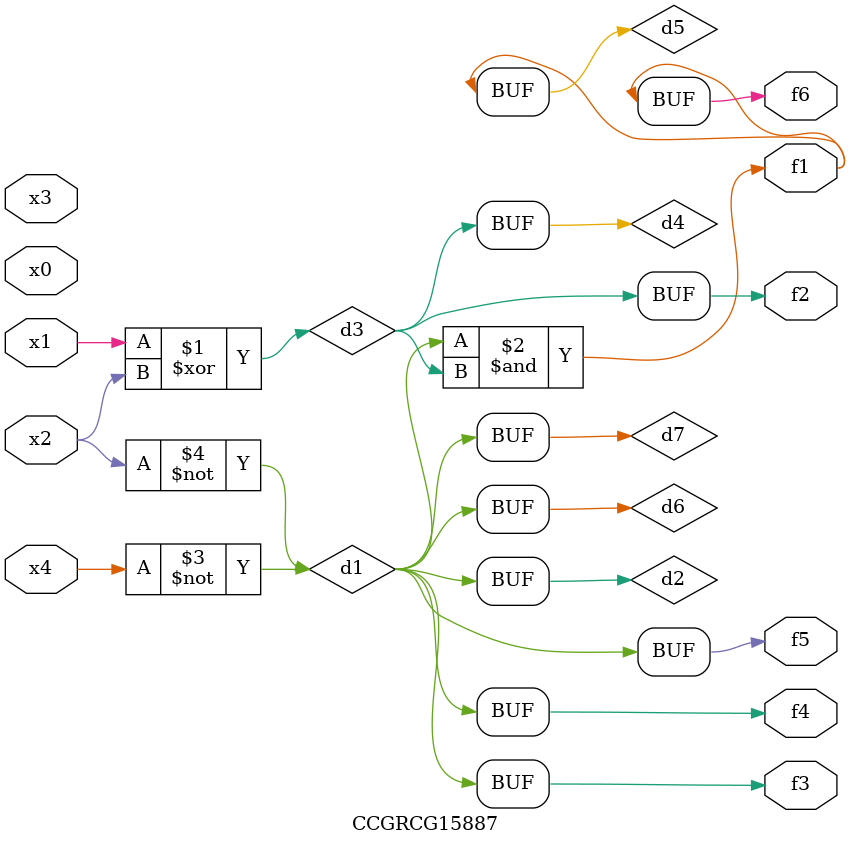
<source format=v>
module CCGRCG15887(
	input x0, x1, x2, x3, x4,
	output f1, f2, f3, f4, f5, f6
);

	wire d1, d2, d3, d4, d5, d6, d7;

	not (d1, x4);
	not (d2, x2);
	xor (d3, x1, x2);
	buf (d4, d3);
	and (d5, d1, d3);
	buf (d6, d1, d2);
	buf (d7, d2);
	assign f1 = d5;
	assign f2 = d4;
	assign f3 = d7;
	assign f4 = d7;
	assign f5 = d7;
	assign f6 = d5;
endmodule

</source>
